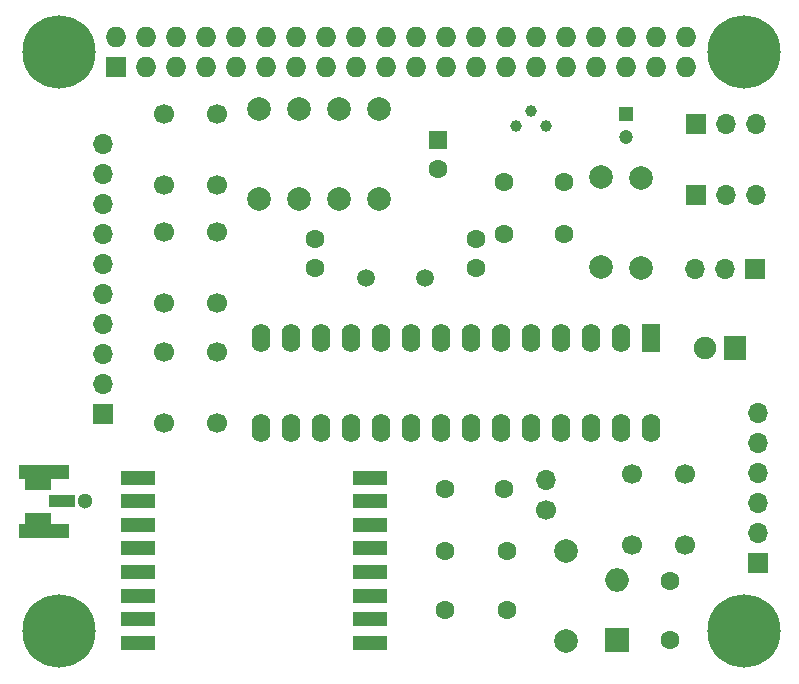
<source format=gts>
G04 #@! TF.FileFunction,Soldermask,Top*
%FSLAX46Y46*%
G04 Gerber Fmt 4.6, Leading zero omitted, Abs format (unit mm)*
G04 Created by KiCad (PCBNEW 4.0.6) date Thursday, 02 November 2017 'PMt' 05:38:20 PM*
%MOMM*%
%LPD*%
G01*
G04 APERTURE LIST*
%ADD10C,0.100000*%
%ADD11C,1.300000*%
%ADD12C,1.998980*%
%ADD13C,1.600000*%
%ADD14R,2.000000X2.000000*%
%ADD15O,2.000000X2.000000*%
%ADD16R,1.700000X1.700000*%
%ADD17O,1.700000X1.700000*%
%ADD18C,1.000760*%
%ADD19R,1.600000X2.400000*%
%ADD20O,1.600000X2.400000*%
%ADD21C,1.500000*%
%ADD22R,2.250000X1.000000*%
%ADD23R,2.200000X1.050000*%
%ADD24R,1.600000X1.600000*%
%ADD25R,1.200000X1.200000*%
%ADD26C,1.200000*%
%ADD27R,1.900000X2.000000*%
%ADD28C,1.900000*%
%ADD29R,1.727200X1.727200*%
%ADD30O,1.727200X1.727200*%
%ADD31R,4.200000X1.270000*%
%ADD32R,3.000000X1.200000*%
%ADD33C,6.200000*%
%ADD34C,1.700000*%
G04 APERTURE END LIST*
D10*
D11*
X126500000Y-112500000D03*
D12*
X141200000Y-86900000D03*
X141200000Y-79280000D03*
D13*
X167000000Y-89900000D03*
X162000000Y-89900000D03*
X157000000Y-111500000D03*
X162000000Y-111500000D03*
X162250000Y-121750000D03*
X162250000Y-116750000D03*
X157000000Y-121750000D03*
X157000000Y-116750000D03*
D14*
X171500000Y-124250000D03*
D15*
X171500000Y-119170000D03*
D16*
X183500000Y-117750000D03*
D17*
X183500000Y-115210000D03*
X183500000Y-112670000D03*
X183500000Y-110130000D03*
X183500000Y-107590000D03*
X183500000Y-105050000D03*
D12*
X148000000Y-86900000D03*
X148000000Y-79280000D03*
X151400000Y-86900000D03*
X151400000Y-79280000D03*
X167250000Y-116750000D03*
X167250000Y-124370000D03*
X170200000Y-92700000D03*
X170200000Y-85080000D03*
X144600000Y-86900000D03*
X144600000Y-79280000D03*
X173600000Y-85100000D03*
X173600000Y-92720000D03*
D18*
X164270000Y-79430000D03*
X165540000Y-80700000D03*
X163000000Y-80700000D03*
D19*
X174400000Y-98700000D03*
D20*
X141380000Y-106320000D03*
X171860000Y-98700000D03*
X143920000Y-106320000D03*
X169320000Y-98700000D03*
X146460000Y-106320000D03*
X166780000Y-98700000D03*
X149000000Y-106320000D03*
X164240000Y-98700000D03*
X151540000Y-106320000D03*
X161700000Y-98700000D03*
X154080000Y-106320000D03*
X159160000Y-98700000D03*
X156620000Y-106320000D03*
X156620000Y-98700000D03*
X159160000Y-106320000D03*
X154080000Y-98700000D03*
X161700000Y-106320000D03*
X151540000Y-98700000D03*
X164240000Y-106320000D03*
X149000000Y-98700000D03*
X166780000Y-106320000D03*
X146460000Y-98700000D03*
X169320000Y-106320000D03*
X143920000Y-98700000D03*
X171860000Y-106320000D03*
X141380000Y-98700000D03*
X174400000Y-106320000D03*
D21*
X155300000Y-93600000D03*
X150300000Y-93600000D03*
D13*
X167000000Y-85500000D03*
X162000000Y-85500000D03*
D22*
X124500000Y-112500000D03*
D23*
X122500000Y-111025000D03*
X122500000Y-113975000D03*
D13*
X176000000Y-124250000D03*
X176000000Y-119250000D03*
D24*
X156400000Y-81900000D03*
D13*
X156400000Y-84400000D03*
D25*
X172300000Y-79700000D03*
D26*
X172300000Y-81700000D03*
D27*
X181500000Y-99500000D03*
D28*
X178960000Y-99500000D03*
D29*
X129120000Y-75770000D03*
D30*
X129120000Y-73230000D03*
X131660000Y-75770000D03*
X131660000Y-73230000D03*
X134200000Y-75770000D03*
X134200000Y-73230000D03*
X136740000Y-75770000D03*
X136740000Y-73230000D03*
X139280000Y-75770000D03*
X139280000Y-73230000D03*
X141820000Y-75770000D03*
X141820000Y-73230000D03*
X144360000Y-75770000D03*
X144360000Y-73230000D03*
X146900000Y-75770000D03*
X146900000Y-73230000D03*
X149440000Y-75770000D03*
X149440000Y-73230000D03*
X151980000Y-75770000D03*
X151980000Y-73230000D03*
X154520000Y-75770000D03*
X154520000Y-73230000D03*
X157060000Y-75770000D03*
X157060000Y-73230000D03*
X159600000Y-75770000D03*
X159600000Y-73230000D03*
X162140000Y-75770000D03*
X162140000Y-73230000D03*
X164680000Y-75770000D03*
X164680000Y-73230000D03*
X167220000Y-75770000D03*
X167220000Y-73230000D03*
X169760000Y-75770000D03*
X169760000Y-73230000D03*
X172300000Y-75770000D03*
X172300000Y-73230000D03*
X174840000Y-75770000D03*
X174840000Y-73230000D03*
X177380000Y-75770000D03*
X177380000Y-73230000D03*
D16*
X183200000Y-92850000D03*
D17*
X180660000Y-92850000D03*
X178120000Y-92850000D03*
D16*
X178200000Y-80550000D03*
D17*
X180740000Y-80550000D03*
X183280000Y-80550000D03*
D16*
X178200000Y-86550000D03*
D17*
X180740000Y-86550000D03*
X183280000Y-86550000D03*
D16*
X128000000Y-105100000D03*
D17*
X128000000Y-102560000D03*
X128000000Y-100020000D03*
X128000000Y-97480000D03*
X128000000Y-94940000D03*
X128000000Y-92400000D03*
X128000000Y-89860000D03*
X128000000Y-87320000D03*
X128000000Y-84780000D03*
X128000000Y-82240000D03*
D31*
X123000000Y-110000000D03*
X123000000Y-115000000D03*
D32*
X150650000Y-124500000D03*
X150650000Y-122500000D03*
X150650000Y-120500000D03*
X150650000Y-118500000D03*
X150650000Y-116500000D03*
X150650000Y-114500000D03*
X150650000Y-112500000D03*
X150650000Y-110500000D03*
X130950000Y-110500000D03*
X130950000Y-112500000D03*
X130950000Y-114500000D03*
X130950000Y-116500000D03*
X130950000Y-118500000D03*
X130950000Y-120500000D03*
X130950000Y-122500000D03*
X130950000Y-124500000D03*
D33*
X182250000Y-74500000D03*
X182250000Y-123500000D03*
X124250000Y-123500000D03*
X124250000Y-74500000D03*
D34*
X133200000Y-85700000D03*
X133200000Y-79700000D03*
X137700000Y-79700000D03*
X137700000Y-85700000D03*
X133200000Y-95700000D03*
X133200000Y-89700000D03*
X137700000Y-89700000D03*
X137700000Y-95700000D03*
X172800000Y-116200000D03*
X172800000Y-110200000D03*
X177300000Y-110200000D03*
X177300000Y-116200000D03*
X133200000Y-105900000D03*
X133200000Y-99900000D03*
X137700000Y-99900000D03*
X137700000Y-105900000D03*
X165500000Y-113250000D03*
D17*
X165500000Y-110710000D03*
D13*
X146000000Y-90300000D03*
X146000000Y-92800000D03*
X159600000Y-90300000D03*
X159600000Y-92800000D03*
M02*

</source>
